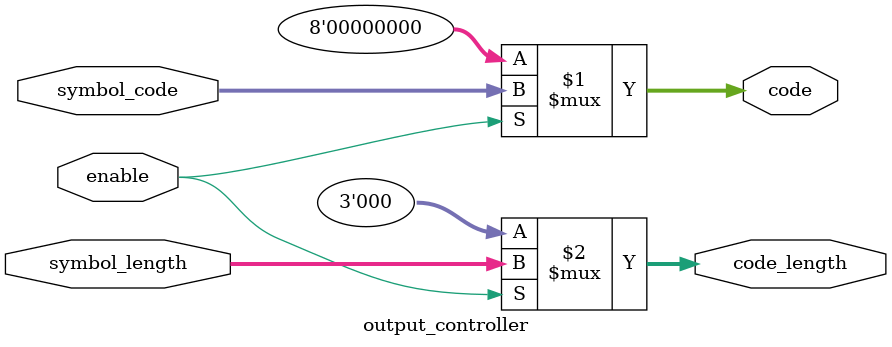
<source format=sv>
module shannon_fano_encoder (
    input         clk,           // Clock input (added for pipelining)
    input         rst_n,         // Reset input (added for proper sequencing)
    input  [3:0]  symbol,        // Input symbol to encode
    input         enable,        // Enable signal
    output [7:0]  code,          // Output encoded symbol
    output [2:0]  code_length    // Length of the encoded symbol
);
    // Pipeline stage registers
    reg          enable_stage1, enable_stage2;
    reg  [3:0]   symbol_stage1;
    reg  [7:0]   symbol_code_stage1, symbol_code_stage2;
    reg  [2:0]   symbol_length_stage1, symbol_length_stage2;
    
    // Internal connections
    wire [7:0]   symbol_code_lookup;
    wire [2:0]   symbol_length_lookup;
    
    // Stage 1: Symbol registration and lookup initiation
    always @(posedge clk or negedge rst_n) begin
        if (!rst_n) begin
            symbol_stage1  <= 4'b0;
            enable_stage1  <= 1'b0;
        end else begin
            symbol_stage1  <= symbol;
            enable_stage1  <= enable;
        end
    end
    
    // Code lookup table instance - optimized for timing
    code_lookup_table code_table_inst (
        .clk          (clk),
        .symbol       (symbol_stage1),
        .symbol_code  (symbol_code_lookup),
        .symbol_length(symbol_length_lookup)
    );
    
    // Stage 2: Register lookup results
    always @(posedge clk or negedge rst_n) begin
        if (!rst_n) begin
            symbol_code_stage1   <= 8'b0;
            symbol_length_stage1 <= 3'b0;
            enable_stage2        <= 1'b0;
        end else begin
            symbol_code_stage1   <= symbol_code_lookup;
            symbol_length_stage1 <= symbol_length_lookup;
            enable_stage2        <= enable_stage1;
        end
    end
    
    // Stage 3: Prepare for output
    always @(posedge clk or negedge rst_n) begin
        if (!rst_n) begin
            symbol_code_stage2   <= 8'b0;
            symbol_length_stage2 <= 3'b0;
        end else begin
            symbol_code_stage2   <= symbol_code_stage1;
            symbol_length_stage2 <= symbol_length_stage1;
        end
    end
    
    // Output controller - final stage with output gating
    output_controller output_ctrl_inst (
        .enable        (enable_stage2),
        .symbol_code   (symbol_code_stage2),
        .symbol_length (symbol_length_stage2),
        .code          (code),
        .code_length   (code_length)
    );
    
endmodule

//=============================================================================
// Code lookup table module - stores pre-computed codes and lengths
// Synchronized design with registered outputs for improved timing
//=============================================================================
module code_lookup_table (
    input         clk,           // Clock input for registered outputs
    input  [3:0]  symbol,        // Input symbol
    output reg [7:0] symbol_code,    // Output code (registered)
    output reg [2:0] symbol_length   // Output length (registered)
);
    // Memory arrays to store codes and lengths
    reg [7:0] code_memory [0:15];
    reg [2:0] length_memory [0:15];
    
    // Initialize the lookup tables
    initial begin
        // Symbol 0 (most common)
        code_memory[0] = 8'b0;         length_memory[0] = 3'd1;
        // Symbol 1-2 (common)
        code_memory[1] = 8'b10;        length_memory[1] = 3'd2;
        code_memory[2] = 8'b11;        length_memory[2] = 3'd2;
        // Symbol 3-6 (less common)
        code_memory[3] = 8'b100;       length_memory[3] = 3'd3;
        code_memory[4] = 8'b101;       length_memory[4] = 3'd3;
        code_memory[5] = 8'b110;       length_memory[5] = 3'd3;
        code_memory[6] = 8'b111;       length_memory[6] = 3'd3;
        // Symbol 7-15 (rare)
        code_memory[7] = 8'b1000;      length_memory[7] = 3'd4;
        code_memory[8] = 8'b1001;      length_memory[8] = 3'd4;
        code_memory[9] = 8'b1010;      length_memory[9] = 3'd4;
        code_memory[10] = 8'b1011;     length_memory[10] = 3'd4;
        code_memory[11] = 8'b1100;     length_memory[11] = 3'd4;
        code_memory[12] = 8'b1101;     length_memory[12] = 3'd4;
        code_memory[13] = 8'b1110;     length_memory[13] = 3'd4;
        code_memory[14] = 8'b1111;     length_memory[14] = 3'd4;
        code_memory[15] = 8'b10000;    length_memory[15] = 3'd5;
    end
    
    // Registered memory lookup for improved timing
    // This creates a 1-cycle latency but improves clock frequency
    always @(posedge clk) begin
        symbol_code <= code_memory[symbol];
        symbol_length <= length_memory[symbol];
    end
    
endmodule

//=============================================================================
// Output controller module - handles enable gating with optimized structure
//=============================================================================
module output_controller (
    input         enable,        // Enable signal
    input  [7:0]  symbol_code,   // Symbol code from pipeline
    input  [2:0]  symbol_length, // Symbol length from pipeline
    output [7:0]  code,          // Final encoded output
    output [2:0]  code_length    // Final length output
);
    // Enable-gated outputs with explicit bit-width management
    assign code = enable ? symbol_code : 8'b0;
    assign code_length = enable ? symbol_length : 3'b0;
    
endmodule
</source>
